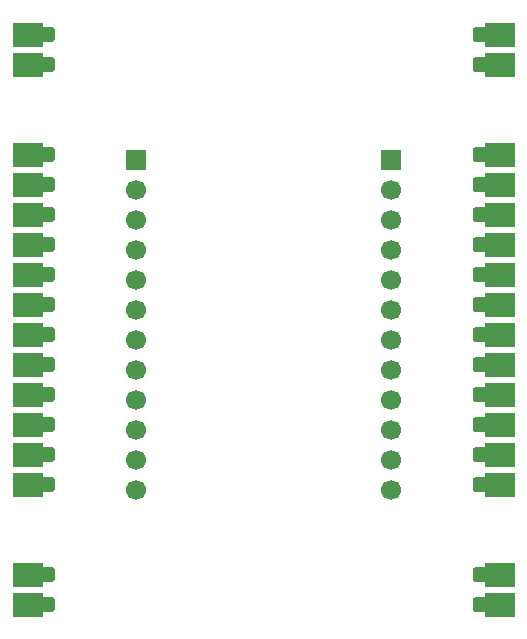
<source format=gts>
G04 #@! TF.GenerationSoftware,KiCad,Pcbnew,9.0.1+1*
G04 #@! TF.CreationDate,2025-11-12T15:12:11+00:00*
G04 #@! TF.ProjectId,lora,6c6f7261-2e6b-4696-9361-645f70636258,v0.1*
G04 #@! TF.SameCoordinates,Original*
G04 #@! TF.FileFunction,Soldermask,Top*
G04 #@! TF.FilePolarity,Negative*
%FSLAX46Y46*%
G04 Gerber Fmt 4.6, Leading zero omitted, Abs format (unit mm)*
G04 Created by KiCad (PCBNEW 9.0.1+1) date 2025-11-12 15:12:11*
%MOMM*%
%LPD*%
G01*
G04 APERTURE LIST*
%ADD10R,1.700000X1.700000*%
%ADD11C,1.700000*%
%ADD12R,2.540000X2.000000*%
G04 APERTURE END LIST*
D10*
X170530000Y-90330000D03*
D11*
X170530000Y-92870000D03*
X170530000Y-95410000D03*
X170530000Y-97950000D03*
X170530000Y-100490000D03*
X170530000Y-103030000D03*
X170530000Y-105570000D03*
X170530000Y-108110000D03*
X170530000Y-110650000D03*
X170530000Y-113190000D03*
X170530000Y-115730000D03*
X170530000Y-118270000D03*
D10*
X192130000Y-90330000D03*
D11*
X192130000Y-92870000D03*
X192130000Y-95410000D03*
X192130000Y-97950000D03*
X192130000Y-100490000D03*
X192130000Y-103030000D03*
X192130000Y-105570000D03*
X192130000Y-108110000D03*
X192130000Y-110650000D03*
X192130000Y-113190000D03*
X192130000Y-115730000D03*
X192130000Y-118270000D03*
D12*
X161330000Y-79680000D03*
G36*
G01*
X163655000Y-79305000D02*
X163655000Y-80055000D01*
G75*
G02*
X163405000Y-80305000I-250000J0D01*
G01*
X162655000Y-80305000D01*
G75*
G02*
X162405000Y-80055000I0J250000D01*
G01*
X162405000Y-79305000D01*
G75*
G02*
X162655000Y-79055000I250000J0D01*
G01*
X163405000Y-79055000D01*
G75*
G02*
X163655000Y-79305000I0J-250000D01*
G01*
G37*
X161330000Y-82220000D03*
G36*
G01*
X163655000Y-81845000D02*
X163655000Y-82595000D01*
G75*
G02*
X163405000Y-82845000I-250000J0D01*
G01*
X162655000Y-82845000D01*
G75*
G02*
X162405000Y-82595000I0J250000D01*
G01*
X162405000Y-81845000D01*
G75*
G02*
X162655000Y-81595000I250000J0D01*
G01*
X163405000Y-81595000D01*
G75*
G02*
X163655000Y-81845000I0J-250000D01*
G01*
G37*
X161330000Y-89840000D03*
G36*
G01*
X163655000Y-89465000D02*
X163655000Y-90215000D01*
G75*
G02*
X163405000Y-90465000I-250000J0D01*
G01*
X162655000Y-90465000D01*
G75*
G02*
X162405000Y-90215000I0J250000D01*
G01*
X162405000Y-89465000D01*
G75*
G02*
X162655000Y-89215000I250000J0D01*
G01*
X163405000Y-89215000D01*
G75*
G02*
X163655000Y-89465000I0J-250000D01*
G01*
G37*
X161330000Y-92380000D03*
G36*
G01*
X163655000Y-92005000D02*
X163655000Y-92755000D01*
G75*
G02*
X163405000Y-93005000I-250000J0D01*
G01*
X162655000Y-93005000D01*
G75*
G02*
X162405000Y-92755000I0J250000D01*
G01*
X162405000Y-92005000D01*
G75*
G02*
X162655000Y-91755000I250000J0D01*
G01*
X163405000Y-91755000D01*
G75*
G02*
X163655000Y-92005000I0J-250000D01*
G01*
G37*
X161330000Y-94920000D03*
G36*
G01*
X163655000Y-94545000D02*
X163655000Y-95295000D01*
G75*
G02*
X163405000Y-95545000I-250000J0D01*
G01*
X162655000Y-95545000D01*
G75*
G02*
X162405000Y-95295000I0J250000D01*
G01*
X162405000Y-94545000D01*
G75*
G02*
X162655000Y-94295000I250000J0D01*
G01*
X163405000Y-94295000D01*
G75*
G02*
X163655000Y-94545000I0J-250000D01*
G01*
G37*
X161330000Y-97460000D03*
G36*
G01*
X163655000Y-97085000D02*
X163655000Y-97835000D01*
G75*
G02*
X163405000Y-98085000I-250000J0D01*
G01*
X162655000Y-98085000D01*
G75*
G02*
X162405000Y-97835000I0J250000D01*
G01*
X162405000Y-97085000D01*
G75*
G02*
X162655000Y-96835000I250000J0D01*
G01*
X163405000Y-96835000D01*
G75*
G02*
X163655000Y-97085000I0J-250000D01*
G01*
G37*
X161330000Y-100000000D03*
G36*
G01*
X163655000Y-99625000D02*
X163655000Y-100375000D01*
G75*
G02*
X163405000Y-100625000I-250000J0D01*
G01*
X162655000Y-100625000D01*
G75*
G02*
X162405000Y-100375000I0J250000D01*
G01*
X162405000Y-99625000D01*
G75*
G02*
X162655000Y-99375000I250000J0D01*
G01*
X163405000Y-99375000D01*
G75*
G02*
X163655000Y-99625000I0J-250000D01*
G01*
G37*
X161330000Y-102540000D03*
G36*
G01*
X163655000Y-102165000D02*
X163655000Y-102915000D01*
G75*
G02*
X163405000Y-103165000I-250000J0D01*
G01*
X162655000Y-103165000D01*
G75*
G02*
X162405000Y-102915000I0J250000D01*
G01*
X162405000Y-102165000D01*
G75*
G02*
X162655000Y-101915000I250000J0D01*
G01*
X163405000Y-101915000D01*
G75*
G02*
X163655000Y-102165000I0J-250000D01*
G01*
G37*
X161330000Y-105080000D03*
G36*
G01*
X163655000Y-104705000D02*
X163655000Y-105455000D01*
G75*
G02*
X163405000Y-105705000I-250000J0D01*
G01*
X162655000Y-105705000D01*
G75*
G02*
X162405000Y-105455000I0J250000D01*
G01*
X162405000Y-104705000D01*
G75*
G02*
X162655000Y-104455000I250000J0D01*
G01*
X163405000Y-104455000D01*
G75*
G02*
X163655000Y-104705000I0J-250000D01*
G01*
G37*
X161330000Y-107620000D03*
G36*
G01*
X163655000Y-107245000D02*
X163655000Y-107995000D01*
G75*
G02*
X163405000Y-108245000I-250000J0D01*
G01*
X162655000Y-108245000D01*
G75*
G02*
X162405000Y-107995000I0J250000D01*
G01*
X162405000Y-107245000D01*
G75*
G02*
X162655000Y-106995000I250000J0D01*
G01*
X163405000Y-106995000D01*
G75*
G02*
X163655000Y-107245000I0J-250000D01*
G01*
G37*
X161330000Y-110160000D03*
G36*
G01*
X163655000Y-109785000D02*
X163655000Y-110535000D01*
G75*
G02*
X163405000Y-110785000I-250000J0D01*
G01*
X162655000Y-110785000D01*
G75*
G02*
X162405000Y-110535000I0J250000D01*
G01*
X162405000Y-109785000D01*
G75*
G02*
X162655000Y-109535000I250000J0D01*
G01*
X163405000Y-109535000D01*
G75*
G02*
X163655000Y-109785000I0J-250000D01*
G01*
G37*
X161330000Y-112700000D03*
G36*
G01*
X163655000Y-112325000D02*
X163655000Y-113075000D01*
G75*
G02*
X163405000Y-113325000I-250000J0D01*
G01*
X162655000Y-113325000D01*
G75*
G02*
X162405000Y-113075000I0J250000D01*
G01*
X162405000Y-112325000D01*
G75*
G02*
X162655000Y-112075000I250000J0D01*
G01*
X163405000Y-112075000D01*
G75*
G02*
X163655000Y-112325000I0J-250000D01*
G01*
G37*
X161330000Y-115240000D03*
G36*
G01*
X163655000Y-114865000D02*
X163655000Y-115615000D01*
G75*
G02*
X163405000Y-115865000I-250000J0D01*
G01*
X162655000Y-115865000D01*
G75*
G02*
X162405000Y-115615000I0J250000D01*
G01*
X162405000Y-114865000D01*
G75*
G02*
X162655000Y-114615000I250000J0D01*
G01*
X163405000Y-114615000D01*
G75*
G02*
X163655000Y-114865000I0J-250000D01*
G01*
G37*
X161330000Y-117780000D03*
G36*
G01*
X163655000Y-117405000D02*
X163655000Y-118155000D01*
G75*
G02*
X163405000Y-118405000I-250000J0D01*
G01*
X162655000Y-118405000D01*
G75*
G02*
X162405000Y-118155000I0J250000D01*
G01*
X162405000Y-117405000D01*
G75*
G02*
X162655000Y-117155000I250000J0D01*
G01*
X163405000Y-117155000D01*
G75*
G02*
X163655000Y-117405000I0J-250000D01*
G01*
G37*
X161330000Y-125400000D03*
G36*
G01*
X163655000Y-125025000D02*
X163655000Y-125775000D01*
G75*
G02*
X163405000Y-126025000I-250000J0D01*
G01*
X162655000Y-126025000D01*
G75*
G02*
X162405000Y-125775000I0J250000D01*
G01*
X162405000Y-125025000D01*
G75*
G02*
X162655000Y-124775000I250000J0D01*
G01*
X163405000Y-124775000D01*
G75*
G02*
X163655000Y-125025000I0J-250000D01*
G01*
G37*
X161330000Y-127940000D03*
G36*
G01*
X163655000Y-127565000D02*
X163655000Y-128315000D01*
G75*
G02*
X163405000Y-128565000I-250000J0D01*
G01*
X162655000Y-128565000D01*
G75*
G02*
X162405000Y-128315000I0J250000D01*
G01*
X162405000Y-127565000D01*
G75*
G02*
X162655000Y-127315000I250000J0D01*
G01*
X163405000Y-127315000D01*
G75*
G02*
X163655000Y-127565000I0J-250000D01*
G01*
G37*
G36*
G01*
X200255000Y-79305000D02*
X200255000Y-80055000D01*
G75*
G02*
X200005000Y-80305000I-250000J0D01*
G01*
X199255000Y-80305000D01*
G75*
G02*
X199005000Y-80055000I0J250000D01*
G01*
X199005000Y-79305000D01*
G75*
G02*
X199255000Y-79055000I250000J0D01*
G01*
X200005000Y-79055000D01*
G75*
G02*
X200255000Y-79305000I0J-250000D01*
G01*
G37*
X201330000Y-79680000D03*
G36*
G01*
X200255000Y-81845000D02*
X200255000Y-82595000D01*
G75*
G02*
X200005000Y-82845000I-250000J0D01*
G01*
X199255000Y-82845000D01*
G75*
G02*
X199005000Y-82595000I0J250000D01*
G01*
X199005000Y-81845000D01*
G75*
G02*
X199255000Y-81595000I250000J0D01*
G01*
X200005000Y-81595000D01*
G75*
G02*
X200255000Y-81845000I0J-250000D01*
G01*
G37*
X201330000Y-82220000D03*
G36*
G01*
X200255000Y-89465000D02*
X200255000Y-90215000D01*
G75*
G02*
X200005000Y-90465000I-250000J0D01*
G01*
X199255000Y-90465000D01*
G75*
G02*
X199005000Y-90215000I0J250000D01*
G01*
X199005000Y-89465000D01*
G75*
G02*
X199255000Y-89215000I250000J0D01*
G01*
X200005000Y-89215000D01*
G75*
G02*
X200255000Y-89465000I0J-250000D01*
G01*
G37*
X201330000Y-89840000D03*
G36*
G01*
X200255000Y-92005000D02*
X200255000Y-92755000D01*
G75*
G02*
X200005000Y-93005000I-250000J0D01*
G01*
X199255000Y-93005000D01*
G75*
G02*
X199005000Y-92755000I0J250000D01*
G01*
X199005000Y-92005000D01*
G75*
G02*
X199255000Y-91755000I250000J0D01*
G01*
X200005000Y-91755000D01*
G75*
G02*
X200255000Y-92005000I0J-250000D01*
G01*
G37*
X201330000Y-92380000D03*
G36*
G01*
X200255000Y-94545000D02*
X200255000Y-95295000D01*
G75*
G02*
X200005000Y-95545000I-250000J0D01*
G01*
X199255000Y-95545000D01*
G75*
G02*
X199005000Y-95295000I0J250000D01*
G01*
X199005000Y-94545000D01*
G75*
G02*
X199255000Y-94295000I250000J0D01*
G01*
X200005000Y-94295000D01*
G75*
G02*
X200255000Y-94545000I0J-250000D01*
G01*
G37*
X201330000Y-94920000D03*
G36*
G01*
X200255000Y-97085000D02*
X200255000Y-97835000D01*
G75*
G02*
X200005000Y-98085000I-250000J0D01*
G01*
X199255000Y-98085000D01*
G75*
G02*
X199005000Y-97835000I0J250000D01*
G01*
X199005000Y-97085000D01*
G75*
G02*
X199255000Y-96835000I250000J0D01*
G01*
X200005000Y-96835000D01*
G75*
G02*
X200255000Y-97085000I0J-250000D01*
G01*
G37*
X201330000Y-97460000D03*
G36*
G01*
X200255000Y-99625000D02*
X200255000Y-100375000D01*
G75*
G02*
X200005000Y-100625000I-250000J0D01*
G01*
X199255000Y-100625000D01*
G75*
G02*
X199005000Y-100375000I0J250000D01*
G01*
X199005000Y-99625000D01*
G75*
G02*
X199255000Y-99375000I250000J0D01*
G01*
X200005000Y-99375000D01*
G75*
G02*
X200255000Y-99625000I0J-250000D01*
G01*
G37*
X201330000Y-100000000D03*
G36*
G01*
X200255000Y-102165000D02*
X200255000Y-102915000D01*
G75*
G02*
X200005000Y-103165000I-250000J0D01*
G01*
X199255000Y-103165000D01*
G75*
G02*
X199005000Y-102915000I0J250000D01*
G01*
X199005000Y-102165000D01*
G75*
G02*
X199255000Y-101915000I250000J0D01*
G01*
X200005000Y-101915000D01*
G75*
G02*
X200255000Y-102165000I0J-250000D01*
G01*
G37*
X201330000Y-102540000D03*
G36*
G01*
X200255000Y-104705000D02*
X200255000Y-105455000D01*
G75*
G02*
X200005000Y-105705000I-250000J0D01*
G01*
X199255000Y-105705000D01*
G75*
G02*
X199005000Y-105455000I0J250000D01*
G01*
X199005000Y-104705000D01*
G75*
G02*
X199255000Y-104455000I250000J0D01*
G01*
X200005000Y-104455000D01*
G75*
G02*
X200255000Y-104705000I0J-250000D01*
G01*
G37*
X201330000Y-105080000D03*
G36*
G01*
X200255000Y-107245000D02*
X200255000Y-107995000D01*
G75*
G02*
X200005000Y-108245000I-250000J0D01*
G01*
X199255000Y-108245000D01*
G75*
G02*
X199005000Y-107995000I0J250000D01*
G01*
X199005000Y-107245000D01*
G75*
G02*
X199255000Y-106995000I250000J0D01*
G01*
X200005000Y-106995000D01*
G75*
G02*
X200255000Y-107245000I0J-250000D01*
G01*
G37*
X201330000Y-107620000D03*
G36*
G01*
X200255000Y-109785000D02*
X200255000Y-110535000D01*
G75*
G02*
X200005000Y-110785000I-250000J0D01*
G01*
X199255000Y-110785000D01*
G75*
G02*
X199005000Y-110535000I0J250000D01*
G01*
X199005000Y-109785000D01*
G75*
G02*
X199255000Y-109535000I250000J0D01*
G01*
X200005000Y-109535000D01*
G75*
G02*
X200255000Y-109785000I0J-250000D01*
G01*
G37*
X201330000Y-110160000D03*
G36*
G01*
X200255000Y-112325000D02*
X200255000Y-113075000D01*
G75*
G02*
X200005000Y-113325000I-250000J0D01*
G01*
X199255000Y-113325000D01*
G75*
G02*
X199005000Y-113075000I0J250000D01*
G01*
X199005000Y-112325000D01*
G75*
G02*
X199255000Y-112075000I250000J0D01*
G01*
X200005000Y-112075000D01*
G75*
G02*
X200255000Y-112325000I0J-250000D01*
G01*
G37*
X201330000Y-112700000D03*
G36*
G01*
X200255000Y-114865000D02*
X200255000Y-115615000D01*
G75*
G02*
X200005000Y-115865000I-250000J0D01*
G01*
X199255000Y-115865000D01*
G75*
G02*
X199005000Y-115615000I0J250000D01*
G01*
X199005000Y-114865000D01*
G75*
G02*
X199255000Y-114615000I250000J0D01*
G01*
X200005000Y-114615000D01*
G75*
G02*
X200255000Y-114865000I0J-250000D01*
G01*
G37*
X201330000Y-115240000D03*
G36*
G01*
X200255000Y-117405000D02*
X200255000Y-118155000D01*
G75*
G02*
X200005000Y-118405000I-250000J0D01*
G01*
X199255000Y-118405000D01*
G75*
G02*
X199005000Y-118155000I0J250000D01*
G01*
X199005000Y-117405000D01*
G75*
G02*
X199255000Y-117155000I250000J0D01*
G01*
X200005000Y-117155000D01*
G75*
G02*
X200255000Y-117405000I0J-250000D01*
G01*
G37*
X201330000Y-117780000D03*
G36*
G01*
X200255000Y-125025000D02*
X200255000Y-125775000D01*
G75*
G02*
X200005000Y-126025000I-250000J0D01*
G01*
X199255000Y-126025000D01*
G75*
G02*
X199005000Y-125775000I0J250000D01*
G01*
X199005000Y-125025000D01*
G75*
G02*
X199255000Y-124775000I250000J0D01*
G01*
X200005000Y-124775000D01*
G75*
G02*
X200255000Y-125025000I0J-250000D01*
G01*
G37*
X201330000Y-125400000D03*
G36*
G01*
X200255000Y-127565000D02*
X200255000Y-128315000D01*
G75*
G02*
X200005000Y-128565000I-250000J0D01*
G01*
X199255000Y-128565000D01*
G75*
G02*
X199005000Y-128315000I0J250000D01*
G01*
X199005000Y-127565000D01*
G75*
G02*
X199255000Y-127315000I250000J0D01*
G01*
X200005000Y-127315000D01*
G75*
G02*
X200255000Y-127565000I0J-250000D01*
G01*
G37*
X201330000Y-127940000D03*
M02*

</source>
